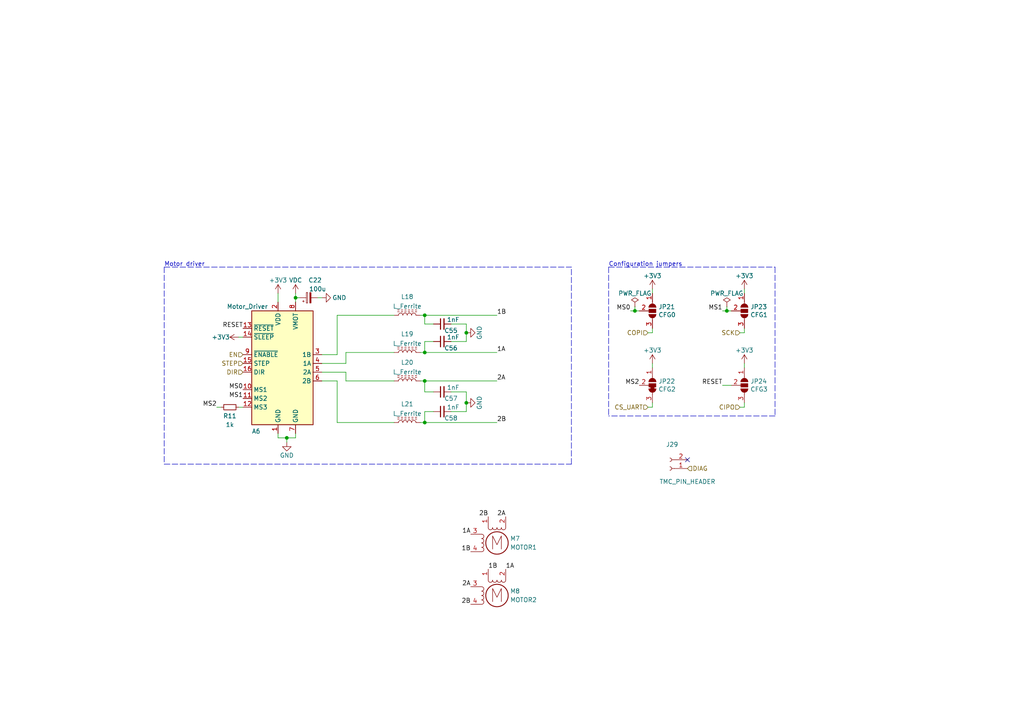
<source format=kicad_sch>
(kicad_sch (version 20211123) (generator eeschema)
  (paper "A4")
  (title_block (title "LumenPnP Motherboard") (date "2022-03-29") (company "Opulo"))
  (lib_symbols
    (symbol "Connector:Conn_01x02_Female" (pin_names (offset 1.016) hide)
      (property "Reference" "J" (at 0 2.54 0))
      (property "Value" "Conn_01x02_Female" (at 0 -5.08 0))
      (symbol "Conn_01x02_Female_1_1"
        (arc (start 0 -2.032) (mid -0.508 -2.54) (end 0 -3.048) (stroke (width 0.1524)))
        (polyline (pts (xy -1.27 -2.54) (xy -0.508 -2.54)) (stroke (width 0.1524)))
        (polyline (pts (xy -1.27 0) (xy -0.508 0)) (stroke (width 0.1524)))
        (arc (start 0 0.508) (mid -0.508 0) (end 0 -0.508) (stroke (width 0.1524)))
        (pin passive line (at -5.08 0 0) (length 3.81) (name "Pin_1") (number "1"))
        (pin passive line (at -5.08 -2.54 0) (length 3.81) (name "Pin_2") (number "2"))
      )
    )
    (symbol "Device:C_Polarized_Small" (pin_numbers hide) (pin_names (offset 0.254) hide)
      (property "Reference" "C" (at 0.254 1.778 0))
      (property "Value" "C_Polarized_Small" (at 0.254 -2.032 0))
      (symbol "C_Polarized_Small_0_1"
        (rectangle (start -1.524 -0.3048) (end 1.524 -0.6858) (fill (type outline)))
        (rectangle (start -1.524 0.6858) (end 1.524 0.3048))
        (polyline (pts (xy -1.27 1.524) (xy -0.762 1.524)))
        (polyline (pts (xy -1.016 1.27) (xy -1.016 1.778)))
      )
      (symbol "C_Polarized_Small_1_1"
        (pin passive line (at 0 2.54 270) (length 1.8542) (name "~") (number "1"))
        (pin passive line (at 0 -2.54 90) (length 1.8542) (name "~") (number "2"))
      )
    )
    (symbol "Device:C_Small" (pin_numbers hide) (pin_names (offset 0.254) hide)
      (property "Reference" "C" (at 0.254 1.778 0))
      (property "Value" "C_Small" (at 0.254 -2.032 0))
      (symbol "C_Small_0_1"
        (polyline (pts (xy -1.524 -0.508) (xy 1.524 -0.508)) (stroke (width 0.3302)))
        (polyline (pts (xy -1.524 0.508) (xy 1.524 0.508)) (stroke (width 0.3048)))
      )
      (symbol "C_Small_1_1"
        (pin passive line (at 0 2.54 270) (length 2.032) (name "~") (number "1"))
        (pin passive line (at 0 -2.54 90) (length 2.032) (name "~") (number "2"))
      )
    )
    (symbol "Device:L_Ferrite" (pin_numbers hide) (pin_names (offset 1.016) hide)
      (property "Reference" "L" (at -1.27 0 90))
      (property "Value" "L_Ferrite" (at 2.794 0 90))
      (symbol "L_Ferrite_0_1"
        (arc (start 0 -2.54) (mid 0.635 -1.905) (end 0 -1.27))
        (arc (start 0 -1.27) (mid 0.635 -0.635) (end 0 0))
        (polyline (pts (xy 1.016 -2.794) (xy 1.016 -2.286)))
        (polyline (pts (xy 1.016 -1.778) (xy 1.016 -1.27)))
        (polyline (pts (xy 1.016 -0.762) (xy 1.016 -0.254)))
        (polyline (pts (xy 1.016 0.254) (xy 1.016 0.762)))
        (polyline (pts (xy 1.016 1.27) (xy 1.016 1.778)))
        (polyline (pts (xy 1.016 2.286) (xy 1.016 2.794)))
        (polyline (pts (xy 1.524 -2.286) (xy 1.524 -2.794)))
        (polyline (pts (xy 1.524 -1.27) (xy 1.524 -1.778)))
        (polyline (pts (xy 1.524 -0.254) (xy 1.524 -0.762)))
        (polyline (pts (xy 1.524 0.762) (xy 1.524 0.254)))
        (polyline (pts (xy 1.524 1.778) (xy 1.524 1.27)))
        (polyline (pts (xy 1.524 2.794) (xy 1.524 2.286)))
        (arc (start 0 0) (mid 0.635 0.635) (end 0 1.27))
        (arc (start 0 1.27) (mid 0.635 1.905) (end 0 2.54))
      )
      (symbol "L_Ferrite_1_1"
        (pin passive line (at 0 3.81 270) (length 1.27) (name "1") (number "1"))
        (pin passive line (at 0 -3.81 90) (length 1.27) (name "2") (number "2"))
      )
    )
    (symbol "Device:R_Small" (pin_numbers hide) (pin_names (offset 0.254) hide)
      (property "Reference" "R" (at 0.762 0.508 0))
      (property "Value" "R_Small" (at 0.762 -1.016 0))
      (symbol "R_Small_0_1"
        (rectangle (start -0.762 1.778) (end 0.762 -1.778) (stroke (width 0.2032)))
      )
      (symbol "R_Small_1_1"
        (pin passive line (at 0 2.54 270) (length 0.762) (name "~") (number "1"))
        (pin passive line (at 0 -2.54 90) (length 0.762) (name "~") (number "2"))
      )
    )
    (symbol "Driver_Motor:Pololu_Breakout_A4988"
      (property "Reference" "A" (at -2.54 19.05 0))
      (property "Value" "Pololu_Breakout_A4988" (at -2.54 16.51 0))
      (symbol "Pololu_Breakout_A4988_0_1"
        (rectangle (start 10.16 -17.78) (end -7.62 15.24) (stroke (width 0.254)) (fill (type background)))
      )
      (symbol "Pololu_Breakout_A4988_1_1"
        (pin power_in line (at 0 -20.32 90) (length 2.54) (name "GND") (number "1"))
        (pin input line (at -10.16 -7.62 0) (length 2.54) (name "MS1") (number "10"))
        (pin input line (at -10.16 -10.16 0) (length 2.54) (name "MS2") (number "11"))
        (pin input line (at -10.16 -12.7 0) (length 2.54) (name "MS3") (number "12"))
        (pin input line (at -10.16 10.16 0) (length 2.54) (name "~{RESET}") (number "13"))
        (pin input line (at -10.16 7.62 0) (length 2.54) (name "~{SLEEP}") (number "14"))
        (pin input line (at -10.16 0 0) (length 2.54) (name "STEP") (number "15"))
        (pin input line (at -10.16 -2.54 0) (length 2.54) (name "DIR") (number "16"))
        (pin power_in line (at 0 17.78 270) (length 2.54) (name "VDD") (number "2"))
        (pin output line (at 12.7 2.54 180) (length 2.54) (name "1B") (number "3"))
        (pin output line (at 12.7 0 180) (length 2.54) (name "1A") (number "4"))
        (pin output line (at 12.7 -2.54 180) (length 2.54) (name "2A") (number "5"))
        (pin output line (at 12.7 -5.08 180) (length 2.54) (name "2B") (number "6"))
        (pin power_in line (at 5.08 -20.32 90) (length 2.54) (name "GND") (number "7"))
        (pin power_in line (at 5.08 17.78 270) (length 2.54) (name "VMOT") (number "8"))
        (pin input line (at -10.16 2.54 0) (length 2.54) (name "~{ENABLE}") (number "9"))
      )
    )
    (symbol "Jumper:SolderJumper_3_Open" (pin_names (offset 0) hide)
      (property "Reference" "JP" (at -2.54 -2.54 0))
      (property "Value" "SolderJumper_3_Open" (at 0 2.794 0))
      (symbol "SolderJumper_3_Open_0_1"
        (arc (start -1.016 1.016) (mid -2.032 0) (end -1.016 -1.016))
        (arc (start -1.016 1.016) (mid -2.032 0) (end -1.016 -1.016) (fill (type outline)))
        (rectangle (start -0.508 1.016) (end 0.508 -1.016) (fill (type outline)))
        (polyline (pts (xy -2.54 0) (xy -2.032 0)))
        (polyline (pts (xy -1.016 1.016) (xy -1.016 -1.016)))
        (polyline (pts (xy 0 -1.27) (xy 0 -1.016)))
        (polyline (pts (xy 1.016 1.016) (xy 1.016 -1.016)))
        (polyline (pts (xy 2.54 0) (xy 2.032 0)))
        (arc (start 1.016 -1.016) (mid 2.032 0) (end 1.016 1.016))
        (arc (start 1.016 -1.016) (mid 2.032 0) (end 1.016 1.016) (fill (type outline)))
      )
      (symbol "SolderJumper_3_Open_1_1"
        (pin passive line (at -5.08 0 0) (length 2.54) (name "A") (number "1"))
        (pin passive line (at 0 -3.81 90) (length 2.54) (name "C") (number "2"))
        (pin passive line (at 5.08 0 180) (length 2.54) (name "B") (number "3"))
      )
    )
    (symbol "Motor:Stepper_Motor_bipolar" (pin_names (offset 0) hide)
      (property "Reference" "M" (at 3.81 2.54 0))
      (property "Value" "Stepper_Motor_bipolar" (at 3.81 1.27 0))
      (symbol "Stepper_Motor_bipolar_0_0"
        (polyline (pts (xy -1.27 -1.778) (xy -1.27 2.032) (xy 0 -0.508) (xy 1.27 2.032) (xy 1.27 -1.778)))
      )
      (symbol "Stepper_Motor_bipolar_0_1"
        (arc (start -4.445 -2.54) (mid -3.81 -1.905) (end -4.445 -1.27))
        (arc (start -4.445 -1.27) (mid -3.81 -0.635) (end -4.445 0))
        (arc (start -4.445 0) (mid -3.81 0.635) (end -4.445 1.27))
        (arc (start -4.445 1.27) (mid -3.81 1.905) (end -4.445 2.54))
        (arc (start -2.54 4.445) (mid -1.905 3.81) (end -1.27 4.445))
        (arc (start -1.27 4.445) (mid -0.635 3.81) (end 0 4.445))
        (polyline (pts (xy -5.08 -2.54) (xy -4.445 -2.54)))
        (polyline (pts (xy -5.08 2.54) (xy -4.445 2.54)))
        (polyline (pts (xy -2.54 5.08) (xy -2.54 4.445)))
        (polyline (pts (xy 2.54 5.08) (xy 2.54 4.445)))
        (circle (center 0 0) (radius 3.2512) (stroke (width 0.254)))
        (arc (start 0 4.445) (mid 0.635 3.81) (end 1.27 4.445))
        (arc (start 1.27 4.445) (mid 1.905 3.81) (end 2.54 4.445))
      )
      (symbol "Stepper_Motor_bipolar_1_1"
        (pin passive line (at -2.54 7.62 270) (length 2.54) (name "~") (number "1"))
        (pin passive line (at 2.54 7.62 270) (length 2.54) (name "-") (number "2"))
        (pin passive line (at -7.62 2.54 0) (length 2.54) (name "~") (number "3"))
        (pin passive line (at -7.62 -2.54 0) (length 2.54) (name "~") (number "4"))
      )
    )
    (symbol "index:SolderJumper_3_Bridged23" (pin_names (offset 0) hide)
      (property "Reference" "JP" (at -2.54 -2.54 0))
      (property "Value" "SolderJumper_3_Bridged23" (at 0 2.794 0))
      (symbol "SolderJumper_3_Bridged23_0_1"
        (rectangle (start -1.016 0.508) (end -0.508 -0.508) (fill (type outline)))
        (arc (start -1.016 1.016) (mid -2.032 0) (end -1.016 -1.016))
        (arc (start -1.016 1.016) (mid -2.032 0) (end -1.016 -1.016) (fill (type outline)))
        (rectangle (start -0.508 1.016) (end 0.508 -1.016) (fill (type outline)))
        (polyline (pts (xy -2.54 0) (xy -2.032 0)))
        (polyline (pts (xy -1.016 1.016) (xy -1.016 -1.016)))
        (polyline (pts (xy 0 -1.27) (xy 0 -1.016)))
        (polyline (pts (xy 1.016 1.016) (xy 1.016 -1.016)))
        (polyline (pts (xy 2.54 0) (xy 2.032 0)))
        (arc (start 1.016 -1.016) (mid 2.032 0) (end 1.016 1.016))
        (arc (start 1.016 -1.016) (mid 2.032 0) (end 1.016 1.016) (fill (type outline)))
      )
      (symbol "SolderJumper_3_Bridged23_1_1"
        (pin passive line (at 5.08 0 180) (length 2.54) (name "B") (number "1"))
        (pin input line (at 0 -3.81 90) (length 2.54) (name "C") (number "2"))
        (pin passive line (at -5.08 0 0) (length 2.54) (name "A") (number "3"))
      )
    )
    (symbol "power:+3.3V" (power) (pin_names (offset 0))
      (property "Value" "+3.3V" (at 0 3.556 0))
      (symbol "+3.3V_0_1"
        (polyline (pts (xy -0.762 1.27) (xy 0 2.54)))
        (polyline (pts (xy 0 0) (xy 0 2.54)))
        (polyline (pts (xy 0 2.54) (xy 0.762 1.27)))
      )
      (symbol "+3.3V_1_1"
        (pin power_in line (at 0 0 90) (length 0) hide (name "+3V3") (number "1"))
      )
    )
    (symbol "power:+3V3" (power) (pin_names (offset 0))
      (property "Value" "+3V3" (at 0 3.556 0))
      (symbol "+3V3_0_1"
        (polyline (pts (xy -0.762 1.27) (xy 0 2.54)))
        (polyline (pts (xy 0 0) (xy 0 2.54)))
        (polyline (pts (xy 0 2.54) (xy 0.762 1.27)))
      )
      (symbol "+3V3_1_1"
        (pin power_in line (at 0 0 90) (length 0) hide (name "+3V3") (number "1"))
      )
    )
    (symbol "power:GND" (power) (pin_names (offset 0))
      (property "Value" "GND" (at 0 -3.81 0))
      (symbol "GND_0_1"
        (polyline (pts (xy 0 0) (xy 0 -1.27) (xy 1.27 -1.27) (xy 0 -2.54) (xy -1.27 -1.27) (xy 0 -1.27)))
      )
      (symbol "GND_1_1"
        (pin power_in line (at 0 0 270) (length 0) hide (name "GND") (number "1"))
      )
    )
    (symbol "power:PWR_FLAG" (power) (pin_numbers hide) (pin_names (offset 0) hide)
      (property "Value" "PWR_FLAG" (at 0 3.81 0))
      (symbol "PWR_FLAG_0_0"
        (pin power_out line (at 0 0 90) (length 0) (name "pwr") (number "1"))
      )
      (symbol "PWR_FLAG_0_1"
        (polyline (pts (xy 0 0) (xy 0 1.27) (xy -1.016 1.905) (xy 0 2.54) (xy 1.016 1.905) (xy 0 1.27)))
      )
    )
    (symbol "power:VDC" (power) (pin_names (offset 0))
      (property "Value" "VDC" (at 0 6.35 0))
      (symbol "VDC_0_1"
        (polyline (pts (xy -0.762 1.27) (xy 0 2.54)))
        (polyline (pts (xy 0 0) (xy 0 2.54)))
        (polyline (pts (xy 0 2.54) (xy 0.762 1.27)))
      )
      (symbol "VDC_1_1"
        (pin power_in line (at 0 0 90) (length 0) hide (name "VDC") (number "1"))
      )
    )
  )
  (junction (at 123.19 91.44))
  (junction (at 135.255 96.52))
  (junction (at 135.255 116.84))
  (junction (at 83.185 127))
  (junction (at 123.19 102.235))
  (junction (at 123.19 110.49))
  (junction (at 123.19 122.555))
  (junction (at 85.725 86.36))
  (junction (at 184.15 90.17))
  (junction (at 210.82 90.17))
  (no_connect (at 199.39 133.35))
  (polyline (pts (xy 47.625 77.47) (xy 47.625 134.62)))
  (wire (pts (xy 189.23 118.11) (xy 189.23 116.84)))
  (wire (pts (xy 135.255 93.98) (xy 130.81 93.98)))
  (wire (pts (xy 100.33 107.95) (xy 100.33 110.49)))
  (wire (pts (xy 100.33 102.235) (xy 114.3 102.235)))
  (wire (pts (xy 123.19 102.235) (xy 144.145 102.235)))
  (wire (pts (xy 189.23 83.82) (xy 189.23 85.09)))
  (wire (pts (xy 189.23 105.41) (xy 189.23 106.68)))
  (polyline (pts (xy 165.735 134.62) (xy 165.735 77.47)))
  (wire (pts (xy 80.645 127) (xy 83.185 127)))
  (wire (pts (xy 123.19 122.555) (xy 123.19 119.38)))
  (wire (pts (xy 93.345 107.95) (xy 100.33 107.95)))
  (wire (pts (xy 123.19 119.38) (xy 125.73 119.38)))
  (wire (pts (xy 100.33 110.49) (xy 114.3 110.49)))
  (wire (pts (xy 187.96 118.11) (xy 189.23 118.11)))
  (wire (pts (xy 184.15 88.9) (xy 184.15 90.17)))
  (wire (pts (xy 121.92 122.555) (xy 123.19 122.555)))
  (wire (pts (xy 93.345 110.49) (xy 97.79 110.49)))
  (polyline (pts (xy 176.53 77.47) (xy 224.79 77.47)))
  (wire (pts (xy 97.79 102.87) (xy 97.79 91.44)))
  (wire (pts (xy 80.645 125.73) (xy 80.645 127)))
  (wire (pts (xy 135.255 113.665) (xy 135.255 116.84)))
  (wire (pts (xy 93.345 105.41) (xy 100.33 105.41)))
  (wire (pts (xy 214.63 118.11) (xy 215.9 118.11)))
  (wire (pts (xy 80.645 85.09) (xy 80.645 87.63)))
  (wire (pts (xy 123.19 93.98) (xy 125.73 93.98)))
  (wire (pts (xy 135.255 96.52) (xy 135.255 93.98)))
  (wire (pts (xy 85.725 85.09) (xy 85.725 86.36)))
  (wire (pts (xy 121.92 110.49) (xy 123.19 110.49)))
  (wire (pts (xy 135.255 99.06) (xy 135.255 96.52)))
  (wire (pts (xy 123.19 91.44) (xy 144.145 91.44)))
  (wire (pts (xy 123.19 102.235) (xy 123.19 99.06)))
  (wire (pts (xy 62.865 118.11) (xy 64.135 118.11)))
  (wire (pts (xy 97.79 110.49) (xy 97.79 122.555)))
  (wire (pts (xy 210.82 88.9) (xy 210.82 90.17)))
  (wire (pts (xy 85.725 86.36) (xy 86.995 86.36)))
  (wire (pts (xy 123.19 91.44) (xy 123.19 93.98)))
  (wire (pts (xy 100.33 105.41) (xy 100.33 102.235)))
  (wire (pts (xy 93.345 102.87) (xy 97.79 102.87)))
  (wire (pts (xy 123.19 113.665) (xy 125.73 113.665)))
  (wire (pts (xy 189.23 96.52) (xy 189.23 95.25)))
  (wire (pts (xy 135.255 119.38) (xy 130.81 119.38)))
  (wire (pts (xy 85.725 86.36) (xy 85.725 87.63)))
  (wire (pts (xy 130.81 113.665) (xy 135.255 113.665)))
  (polyline (pts (xy 224.79 120.65) (xy 176.53 120.65)))
  (wire (pts (xy 123.19 110.49) (xy 123.19 113.665)))
  (wire (pts (xy 83.185 127) (xy 83.185 128.27)))
  (wire (pts (xy 209.55 90.17) (xy 210.82 90.17)))
  (wire (pts (xy 187.96 96.52) (xy 189.23 96.52)))
  (wire (pts (xy 121.92 91.44) (xy 123.19 91.44)))
  (wire (pts (xy 184.15 90.17) (xy 185.42 90.17)))
  (wire (pts (xy 215.9 105.41) (xy 215.9 106.68)))
  (wire (pts (xy 215.9 96.52) (xy 215.9 95.25)))
  (polyline (pts (xy 47.625 77.47) (xy 165.735 77.47)))
  (wire (pts (xy 182.88 90.17) (xy 184.15 90.17)))
  (wire (pts (xy 215.9 83.82) (xy 215.9 85.09)))
  (wire (pts (xy 130.81 99.06) (xy 135.255 99.06)))
  (wire (pts (xy 214.63 96.52) (xy 215.9 96.52)))
  (wire (pts (xy 97.79 122.555) (xy 114.3 122.555)))
  (polyline (pts (xy 224.79 77.47) (xy 224.79 120.65)))
  (wire (pts (xy 85.725 125.73) (xy 85.725 127)))
  (wire (pts (xy 97.79 91.44) (xy 114.3 91.44)))
  (polyline (pts (xy 176.53 77.47) (xy 176.53 120.65)))
  (wire (pts (xy 69.215 97.79) (xy 70.485 97.79)))
  (wire (pts (xy 123.19 110.49) (xy 144.145 110.49)))
  (wire (pts (xy 83.185 127) (xy 85.725 127)))
  (wire (pts (xy 215.9 118.11) (xy 215.9 116.84)))
  (wire (pts (xy 121.92 102.235) (xy 123.19 102.235)))
  (polyline (pts (xy 47.625 134.62) (xy 165.735 134.62)))
  (wire (pts (xy 69.215 118.11) (xy 70.485 118.11)))
  (wire (pts (xy 123.19 122.555) (xy 144.145 122.555)))
  (wire (pts (xy 123.19 99.06) (xy 125.73 99.06)))
  (wire (pts (xy 92.075 86.36) (xy 93.345 86.36)))
  (wire (pts (xy 210.82 90.17) (xy 212.09 90.17)))
  (wire (pts (xy 135.255 116.84) (xy 135.255 119.38)))
  (wire (pts (xy 209.55 111.76) (xy 212.09 111.76)))
  (text "Configuration jumpers" (at 176.53 77.47 0) (effects (font (size 1.27 1.27)) (justify left bottom)))
  (text "Motor driver" (at 47.625 77.47 0) (effects (font (size 1.27 1.27)) (justify left bottom)))
  (label "2A" (at 144.145 110.49 0))
  (label "2B" (at 144.145 122.555 0))
  (label "2A" (at 136.525 170.18 180))
  (label "2B" (at 136.525 175.26 180))
  (label "RESET" (at 209.55 111.76 180))
  (label "MS2" (at 62.865 118.11 180))
  (label "MS2" (at 185.42 111.76 180))
  (label "1B" (at 144.145 91.44 0))
  (label "RESET" (at 70.485 95.25 180))
  (label "2A" (at 146.685 149.86 180))
  (label "1B" (at 136.525 160.02 180))
  (label "1A" (at 136.525 154.94 180))
  (label "MS0" (at 70.485 113.03 180))
  (label "MS1" (at 209.55 90.17 180))
  (label "2B" (at 141.605 149.86 180))
  (label "1A" (at 146.685 165.1 0))
  (label "1A" (at 144.145 102.235 0))
  (label "MS1" (at 70.485 115.57 180))
  (label "1B" (at 141.605 165.1 0))
  (label "MS0" (at 182.88 90.17 180))
  (hierarchical_label "DIR" (shape input) (at 70.485 107.95 180))
  (hierarchical_label "COPI" (shape input) (at 187.96 96.52 180))
  (hierarchical_label "SCK" (shape input) (at 214.63 96.52 180))
  (hierarchical_label "CIPO" (shape input) (at 214.63 118.11 180))
  (hierarchical_label "DIAG" (shape input) (at 199.39 135.89 0))
  (hierarchical_label "EN" (shape input) (at 70.485 102.87 180))
  (hierarchical_label "CS_UART" (shape input) (at 187.96 118.11 180))
  (hierarchical_label "STEP" (shape input) (at 70.485 105.41 180))
  (symbol (lib_id "power:+3V3") (at 80.645 85.09 0)
    (property "Reference" "#PWR066" (effects hide))
    (property "Value" "+3V3" (at 80.645 81.28 0))
  )
  (symbol (lib_id "power:GND") (at 83.185 128.27 0)
    (property "Reference" "#PWR067" (effects hide))
    (property "Value" "GND" (at 83.185 132.08 0))
  )
  (symbol (lib_id "power:+3.3V") (at 69.215 97.79 90)
    (property "Reference" "#PWR065" (effects hide))
    (property "Value" "+3.3V" (at 66.675 97.79 90) (effects (justify left)))
  )
  (symbol (lib_id "Motor:Stepper_Motor_bipolar") (at 144.145 172.72 0)
    (property "Reference" "M8" (at 147.955 171.45 0) (effects (justify left)))
    (property "Value" "MOTOR2" (at 147.955 173.99 0) (effects (justify left)))
    (property "Footprint" "Connector_JST:JST_XH_B4B-XH-A_1x04_P2.50mm_Vertical" (effects hide))
    (property "Datasheet" "http://www.infineon.com/dgdl/Application-Note-TLE8110EE_driving_UniPolarStepperMotor_V1.1.pdf?fileId=db3a30431be39b97011be5d0aa0a00b0" (effects hide))
    (property "LCSC" "C37815" (effects hide))
    (property "JLCPCB" "C37815" (effects hide))
    (property "Digikey" "455-2249-ND" (effects hide))
  )
  (symbol (lib_id "Motor:Stepper_Motor_bipolar") (at 144.145 157.48 0)
    (property "Reference" "M7" (at 147.955 156.21 0) (effects (justify left)))
    (property "Value" "MOTOR1" (at 147.955 158.75 0) (effects (justify left)))
    (property "Footprint" "Connector_JST:JST_XH_B4B-XH-A_1x04_P2.50mm_Vertical" (effects hide))
    (property "Datasheet" "http://www.infineon.com/dgdl/Application-Note-TLE8110EE_driving_UniPolarStepperMotor_V1.1.pdf?fileId=db3a30431be39b97011be5d0aa0a00b0" (effects hide))
    (property "LCSC" "C37815" (effects hide))
    (property "JLCPCB" "C37815" (effects hide))
    (property "Digikey" "455-2249-ND" (effects hide))
  )
  (symbol (lib_id "Driver_Motor:Pololu_Breakout_A4988") (at 80.645 105.41 0)
    (property "Reference" "A6" (at 74.295 125.095 0))
    (property "Value" "Motor_Driver" (at 71.755 88.9 0))
    (property "Footprint" "Module:Pololu_Breakout-16_15.2x20.3mm" (effects hide))
    (property "Datasheet" "https://www.pololu.com/product/2980/pictures" (effects hide))
  )
  (symbol (lib_id "power:VDC") (at 85.725 85.09 0)
    (property "Reference" "#PWR068" (effects hide))
    (property "Value" "VDC" (at 85.725 81.28 0))
  )
  (symbol (lib_id "Device:C_Polarized_Small") (at 89.535 86.36 90)
    (property "Reference" "C22" (at 93.345 81.28 90) (effects (justify left)))
    (property "Value" "100u" (at 94.615 83.82 90) (effects (justify left)))
    (property "Footprint" "Capacitor_SMD:CP_Elec_6.3x7.7" (effects hide))
    (property "Digikey" "493-2203-1-ND" (effects hide))
    (property "JLCPCB" "C99837" (effects hide))
    (property "LCSC" "C3339" (effects hide))
    (property "Mouser" "647-UWT1V101MCL1S" (effects hide))
  )
  (symbol (lib_id "power:GND") (at 93.345 86.36 90)
    (property "Reference" "#PWR072" (effects hide))
    (property "Value" "GND" (at 98.425 86.36 90))
  )
  (symbol (lib_id "power:+3.3V") (at 215.9 105.41 0)
    (property "Reference" "#PWR070" (effects hide))
    (property "Value" "+3.3V" (at 215.9 101.6 0))
  )
  (symbol (lib_id "power:+3.3V") (at 189.23 83.82 0)
    (property "Reference" "#PWR063" (effects hide))
    (property "Value" "+3.3V" (at 189.23 80.01 0))
  )
  (symbol (lib_id "power:+3.3V") (at 215.9 83.82 0)
    (property "Reference" "#PWR069" (effects hide))
    (property "Value" "+3.3V" (at 215.9 80.01 0))
  )
  (symbol (lib_id "power:+3.3V") (at 189.23 105.41 0)
    (property "Reference" "#PWR064" (effects hide))
    (property "Value" "+3.3V" (at 189.23 101.6 0))
  )
  (symbol (lib_id "Jumper:SolderJumper_3_Open") (at 189.23 90.17 270)
    (property "Reference" "JP21" (at 190.9572 89.0016 90) (effects (justify left)))
    (property "Value" "CFG0" (at 190.9572 91.313 90) (effects (justify left)))
    (property "Footprint" "Jumper:SolderJumper-3_P1.3mm_Open_RoundedPad1.0x1.5mm" (effects hide))
  )
  (symbol (lib_id "Jumper:SolderJumper_3_Open") (at 215.9 90.17 270)
    (property "Reference" "JP23" (at 217.6272 89.0016 90) (effects (justify left)))
    (property "Value" "CFG1" (at 217.6272 91.313 90) (effects (justify left)))
    (property "Footprint" "Jumper:SolderJumper-3_P1.3mm_Open_RoundedPad1.0x1.5mm" (effects hide))
  )
  (symbol (lib_id "Device:R_Small") (at 66.675 118.11 270)
    (property "Reference" "R11" (at 66.675 120.65 90))
    (property "Value" "1k" (at 66.675 123.19 90))
    (property "Footprint" "Resistor_SMD:R_0805_2012Metric" (effects hide))
    (property "JLCPCB" "C17513" (effects hide))
    (property "LCSC" "C17513" (effects hide))
  )
  (symbol (lib_id "index:SolderJumper_3_Bridged23") (at 189.23 111.76 270) (mirror x)
    (property "Reference" "JP22" (at 190.9572 110.5916 90) (effects (justify left)))
    (property "Value" "CFG2" (at 190.9572 112.903 90) (effects (justify left)))
    (property "Footprint" "index:SolderJumper-3_P1.3mm_Bridged23_RoundedPad1.0x1.5mm" (effects hide))
  )
  (symbol (lib_id "power:PWR_FLAG") (at 210.82 88.9 0)
    (property "Reference" "#FLG06" (effects hide))
    (property "Value" "PWR_FLAG" (at 210.82 85.09 0))
  )
  (symbol (lib_id "power:PWR_FLAG") (at 184.15 88.9 0)
    (property "Reference" "#FLG05" (effects hide))
    (property "Value" "PWR_FLAG" (at 184.15 85.09 0))
  )
  (symbol (lib_id "Device:C_Small") (at 128.27 93.98 90)
    (property "Reference" "C55" (at 130.81 95.885 90))
    (property "Value" "1nF" (at 131.445 92.71 90))
    (property "Footprint" "Capacitor_SMD:C_0805_2012Metric" (effects hide))
  )
  (symbol (lib_id "Device:L_Ferrite") (at 118.11 122.555 90)
    (property "Reference" "L21" (at 118.11 117.1915 90))
    (property "Value" "L_Ferrite" (at 118.11 119.9666 90))
    (property "Footprint" "Inductor_SMD:L_0805_2012Metric" (effects hide))
  )
  (symbol (lib_id "Connector:Conn_01x02_Female") (at 194.31 135.89 180)
    (property "Reference" "J29" (at 194.945 128.9263 0))
    (property "Value" "TMC_PIN_HEADER" (at 199.39 139.7 0))
    (property "Footprint" "Connector_PinSocket_2.54mm:PinSocket_1x02_P2.54mm_Vertical" (effects hide))
  )
  (symbol (lib_id "Device:C_Small") (at 128.27 113.665 90)
    (property "Reference" "C57" (at 130.81 115.57 90))
    (property "Value" "1nF" (at 131.445 112.395 90))
    (property "Footprint" "Capacitor_SMD:C_0805_2012Metric" (effects hide))
  )
  (symbol (lib_id "Device:L_Ferrite") (at 118.11 102.235 90)
    (property "Reference" "L19" (at 118.11 96.8715 90))
    (property "Value" "L_Ferrite" (at 118.11 99.6466 90))
    (property "Footprint" "Inductor_SMD:L_0805_2012Metric" (effects hide))
  )
  (symbol (lib_id "Device:L_Ferrite") (at 118.11 91.44 90)
    (property "Reference" "L18" (at 118.11 86.0765 90))
    (property "Value" "L_Ferrite" (at 118.11 88.8516 90))
    (property "Footprint" "Inductor_SMD:L_0805_2012Metric" (effects hide))
  )
  (symbol (lib_id "Device:L_Ferrite") (at 118.11 110.49 90)
    (property "Reference" "L20" (at 118.11 105.1265 90))
    (property "Value" "L_Ferrite" (at 118.11 107.9016 90))
    (property "Footprint" "Inductor_SMD:L_0805_2012Metric" (effects hide))
  )
  (symbol (lib_id "Device:C_Small") (at 128.27 119.38 90)
    (property "Reference" "C58" (at 130.81 121.285 90))
    (property "Value" "1nF" (at 131.445 118.11 90))
    (property "Footprint" "Capacitor_SMD:C_0805_2012Metric" (effects hide))
  )
  (symbol (lib_id "power:GND") (at 135.255 116.84 90)
    (property "Reference" "#PWR0129" (effects hide))
    (property "Value" "GND" (at 139.065 116.84 0))
  )
  (symbol (lib_id "power:GND") (at 135.255 96.52 90)
    (property "Reference" "#PWR0130" (effects hide))
    (property "Value" "GND" (at 139.065 96.52 0))
  )
  (symbol (lib_id "Device:C_Small") (at 128.27 99.06 90)
    (property "Reference" "C56" (at 130.81 100.965 90))
    (property "Value" "1nF" (at 131.445 97.79 90))
    (property "Footprint" "Capacitor_SMD:C_0805_2012Metric" (effects hide))
  )
  (symbol (lib_id "Jumper:SolderJumper_3_Open") (at 215.9 111.76 270)
    (property "Reference" "JP24" (at 217.6272 110.5916 90) (effects (justify left)))
    (property "Value" "CFG3" (at 217.6272 112.903 90) (effects (justify left)))
    (property "Footprint" "Jumper:SolderJumper-3_P1.3mm_Open_RoundedPad1.0x1.5mm" (effects hide))
  )
)
</source>
